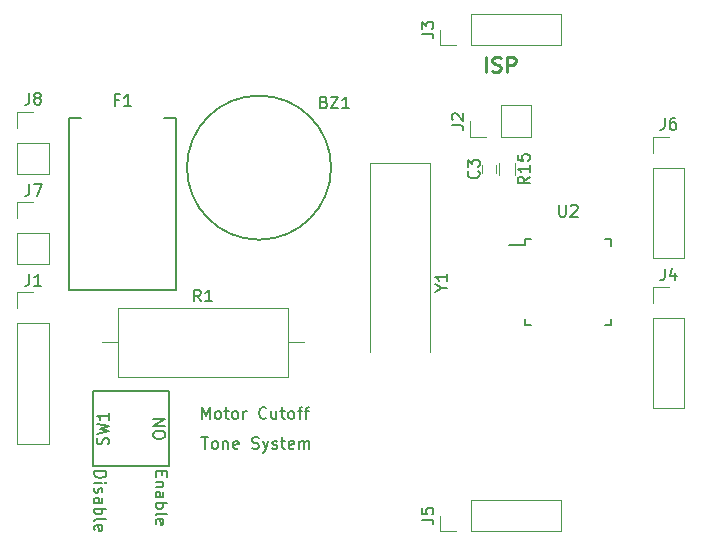
<source format=gbr>
G04 #@! TF.GenerationSoftware,KiCad,Pcbnew,(5.1.4)-1*
G04 #@! TF.CreationDate,2019-12-04T08:55:51-06:00*
G04 #@! TF.ProjectId,motor_control,6d6f746f-725f-4636-9f6e-74726f6c2e6b,rev?*
G04 #@! TF.SameCoordinates,Original*
G04 #@! TF.FileFunction,Legend,Top*
G04 #@! TF.FilePolarity,Positive*
%FSLAX46Y46*%
G04 Gerber Fmt 4.6, Leading zero omitted, Abs format (unit mm)*
G04 Created by KiCad (PCBNEW (5.1.4)-1) date 2019-12-04 08:55:51*
%MOMM*%
%LPD*%
G04 APERTURE LIST*
%ADD10C,0.254000*%
%ADD11C,0.150000*%
%ADD12C,0.120000*%
G04 APERTURE END LIST*
D10*
X165130238Y-79517723D02*
X165130238Y-78247723D01*
X165674523Y-79457247D02*
X165855952Y-79517723D01*
X166158333Y-79517723D01*
X166279285Y-79457247D01*
X166339761Y-79396771D01*
X166400238Y-79275819D01*
X166400238Y-79154866D01*
X166339761Y-79033914D01*
X166279285Y-78973438D01*
X166158333Y-78912961D01*
X165916428Y-78852485D01*
X165795476Y-78792009D01*
X165735000Y-78731533D01*
X165674523Y-78610580D01*
X165674523Y-78489628D01*
X165735000Y-78368676D01*
X165795476Y-78308200D01*
X165916428Y-78247723D01*
X166218809Y-78247723D01*
X166400238Y-78308200D01*
X166944523Y-79517723D02*
X166944523Y-78247723D01*
X167428333Y-78247723D01*
X167549285Y-78308200D01*
X167609761Y-78368676D01*
X167670238Y-78489628D01*
X167670238Y-78671057D01*
X167609761Y-78792009D01*
X167549285Y-78852485D01*
X167428333Y-78912961D01*
X166944523Y-78912961D01*
D11*
X141051542Y-110450380D02*
X141622971Y-110450380D01*
X141337257Y-111450380D02*
X141337257Y-110450380D01*
X142099161Y-111450380D02*
X142003923Y-111402761D01*
X141956304Y-111355142D01*
X141908685Y-111259904D01*
X141908685Y-110974190D01*
X141956304Y-110878952D01*
X142003923Y-110831333D01*
X142099161Y-110783714D01*
X142242019Y-110783714D01*
X142337257Y-110831333D01*
X142384876Y-110878952D01*
X142432495Y-110974190D01*
X142432495Y-111259904D01*
X142384876Y-111355142D01*
X142337257Y-111402761D01*
X142242019Y-111450380D01*
X142099161Y-111450380D01*
X142861066Y-110783714D02*
X142861066Y-111450380D01*
X142861066Y-110878952D02*
X142908685Y-110831333D01*
X143003923Y-110783714D01*
X143146780Y-110783714D01*
X143242019Y-110831333D01*
X143289638Y-110926571D01*
X143289638Y-111450380D01*
X144146780Y-111402761D02*
X144051542Y-111450380D01*
X143861066Y-111450380D01*
X143765828Y-111402761D01*
X143718209Y-111307523D01*
X143718209Y-110926571D01*
X143765828Y-110831333D01*
X143861066Y-110783714D01*
X144051542Y-110783714D01*
X144146780Y-110831333D01*
X144194400Y-110926571D01*
X144194400Y-111021809D01*
X143718209Y-111117047D01*
X145337257Y-111402761D02*
X145480114Y-111450380D01*
X145718209Y-111450380D01*
X145813447Y-111402761D01*
X145861066Y-111355142D01*
X145908685Y-111259904D01*
X145908685Y-111164666D01*
X145861066Y-111069428D01*
X145813447Y-111021809D01*
X145718209Y-110974190D01*
X145527733Y-110926571D01*
X145432495Y-110878952D01*
X145384876Y-110831333D01*
X145337257Y-110736095D01*
X145337257Y-110640857D01*
X145384876Y-110545619D01*
X145432495Y-110498000D01*
X145527733Y-110450380D01*
X145765828Y-110450380D01*
X145908685Y-110498000D01*
X146242019Y-110783714D02*
X146480114Y-111450380D01*
X146718209Y-110783714D02*
X146480114Y-111450380D01*
X146384876Y-111688476D01*
X146337257Y-111736095D01*
X146242019Y-111783714D01*
X147051542Y-111402761D02*
X147146780Y-111450380D01*
X147337257Y-111450380D01*
X147432495Y-111402761D01*
X147480114Y-111307523D01*
X147480114Y-111259904D01*
X147432495Y-111164666D01*
X147337257Y-111117047D01*
X147194400Y-111117047D01*
X147099161Y-111069428D01*
X147051542Y-110974190D01*
X147051542Y-110926571D01*
X147099161Y-110831333D01*
X147194400Y-110783714D01*
X147337257Y-110783714D01*
X147432495Y-110831333D01*
X147765828Y-110783714D02*
X148146780Y-110783714D01*
X147908685Y-110450380D02*
X147908685Y-111307523D01*
X147956304Y-111402761D01*
X148051542Y-111450380D01*
X148146780Y-111450380D01*
X148861066Y-111402761D02*
X148765828Y-111450380D01*
X148575352Y-111450380D01*
X148480114Y-111402761D01*
X148432495Y-111307523D01*
X148432495Y-110926571D01*
X148480114Y-110831333D01*
X148575352Y-110783714D01*
X148765828Y-110783714D01*
X148861066Y-110831333D01*
X148908685Y-110926571D01*
X148908685Y-111021809D01*
X148432495Y-111117047D01*
X149337257Y-111450380D02*
X149337257Y-110783714D01*
X149337257Y-110878952D02*
X149384876Y-110831333D01*
X149480114Y-110783714D01*
X149622971Y-110783714D01*
X149718209Y-110831333D01*
X149765828Y-110926571D01*
X149765828Y-111450380D01*
X149765828Y-110926571D02*
X149813447Y-110831333D01*
X149908685Y-110783714D01*
X150051542Y-110783714D01*
X150146780Y-110831333D01*
X150194400Y-110926571D01*
X150194400Y-111450380D01*
X141065809Y-108910380D02*
X141065809Y-107910380D01*
X141399142Y-108624666D01*
X141732476Y-107910380D01*
X141732476Y-108910380D01*
X142351523Y-108910380D02*
X142256285Y-108862761D01*
X142208666Y-108815142D01*
X142161047Y-108719904D01*
X142161047Y-108434190D01*
X142208666Y-108338952D01*
X142256285Y-108291333D01*
X142351523Y-108243714D01*
X142494380Y-108243714D01*
X142589619Y-108291333D01*
X142637238Y-108338952D01*
X142684857Y-108434190D01*
X142684857Y-108719904D01*
X142637238Y-108815142D01*
X142589619Y-108862761D01*
X142494380Y-108910380D01*
X142351523Y-108910380D01*
X142970571Y-108243714D02*
X143351523Y-108243714D01*
X143113428Y-107910380D02*
X143113428Y-108767523D01*
X143161047Y-108862761D01*
X143256285Y-108910380D01*
X143351523Y-108910380D01*
X143827714Y-108910380D02*
X143732476Y-108862761D01*
X143684857Y-108815142D01*
X143637238Y-108719904D01*
X143637238Y-108434190D01*
X143684857Y-108338952D01*
X143732476Y-108291333D01*
X143827714Y-108243714D01*
X143970571Y-108243714D01*
X144065809Y-108291333D01*
X144113428Y-108338952D01*
X144161047Y-108434190D01*
X144161047Y-108719904D01*
X144113428Y-108815142D01*
X144065809Y-108862761D01*
X143970571Y-108910380D01*
X143827714Y-108910380D01*
X144589619Y-108910380D02*
X144589619Y-108243714D01*
X144589619Y-108434190D02*
X144637238Y-108338952D01*
X144684857Y-108291333D01*
X144780095Y-108243714D01*
X144875333Y-108243714D01*
X146542000Y-108815142D02*
X146494380Y-108862761D01*
X146351523Y-108910380D01*
X146256285Y-108910380D01*
X146113428Y-108862761D01*
X146018190Y-108767523D01*
X145970571Y-108672285D01*
X145922952Y-108481809D01*
X145922952Y-108338952D01*
X145970571Y-108148476D01*
X146018190Y-108053238D01*
X146113428Y-107958000D01*
X146256285Y-107910380D01*
X146351523Y-107910380D01*
X146494380Y-107958000D01*
X146542000Y-108005619D01*
X147399142Y-108243714D02*
X147399142Y-108910380D01*
X146970571Y-108243714D02*
X146970571Y-108767523D01*
X147018190Y-108862761D01*
X147113428Y-108910380D01*
X147256285Y-108910380D01*
X147351523Y-108862761D01*
X147399142Y-108815142D01*
X147732476Y-108243714D02*
X148113428Y-108243714D01*
X147875333Y-107910380D02*
X147875333Y-108767523D01*
X147922952Y-108862761D01*
X148018190Y-108910380D01*
X148113428Y-108910380D01*
X148589619Y-108910380D02*
X148494380Y-108862761D01*
X148446761Y-108815142D01*
X148399142Y-108719904D01*
X148399142Y-108434190D01*
X148446761Y-108338952D01*
X148494380Y-108291333D01*
X148589619Y-108243714D01*
X148732476Y-108243714D01*
X148827714Y-108291333D01*
X148875333Y-108338952D01*
X148922952Y-108434190D01*
X148922952Y-108719904D01*
X148875333Y-108815142D01*
X148827714Y-108862761D01*
X148732476Y-108910380D01*
X148589619Y-108910380D01*
X149208666Y-108243714D02*
X149589619Y-108243714D01*
X149351523Y-108910380D02*
X149351523Y-108053238D01*
X149399142Y-107958000D01*
X149494380Y-107910380D01*
X149589619Y-107910380D01*
X149780095Y-108243714D02*
X150161047Y-108243714D01*
X149922952Y-108910380D02*
X149922952Y-108053238D01*
X149970571Y-107958000D01*
X150065809Y-107910380D01*
X150161047Y-107910380D01*
X131983219Y-113324000D02*
X132983219Y-113324000D01*
X132983219Y-113562095D01*
X132935600Y-113704952D01*
X132840361Y-113800190D01*
X132745123Y-113847809D01*
X132554647Y-113895428D01*
X132411790Y-113895428D01*
X132221314Y-113847809D01*
X132126076Y-113800190D01*
X132030838Y-113704952D01*
X131983219Y-113562095D01*
X131983219Y-113324000D01*
X131983219Y-114324000D02*
X132649885Y-114324000D01*
X132983219Y-114324000D02*
X132935600Y-114276380D01*
X132887980Y-114324000D01*
X132935600Y-114371619D01*
X132983219Y-114324000D01*
X132887980Y-114324000D01*
X132030838Y-114752571D02*
X131983219Y-114847809D01*
X131983219Y-115038285D01*
X132030838Y-115133523D01*
X132126076Y-115181142D01*
X132173695Y-115181142D01*
X132268933Y-115133523D01*
X132316552Y-115038285D01*
X132316552Y-114895428D01*
X132364171Y-114800190D01*
X132459409Y-114752571D01*
X132507028Y-114752571D01*
X132602266Y-114800190D01*
X132649885Y-114895428D01*
X132649885Y-115038285D01*
X132602266Y-115133523D01*
X131983219Y-116038285D02*
X132507028Y-116038285D01*
X132602266Y-115990666D01*
X132649885Y-115895428D01*
X132649885Y-115704952D01*
X132602266Y-115609714D01*
X132030838Y-116038285D02*
X131983219Y-115943047D01*
X131983219Y-115704952D01*
X132030838Y-115609714D01*
X132126076Y-115562095D01*
X132221314Y-115562095D01*
X132316552Y-115609714D01*
X132364171Y-115704952D01*
X132364171Y-115943047D01*
X132411790Y-116038285D01*
X131983219Y-116514476D02*
X132983219Y-116514476D01*
X132602266Y-116514476D02*
X132649885Y-116609714D01*
X132649885Y-116800190D01*
X132602266Y-116895428D01*
X132554647Y-116943047D01*
X132459409Y-116990666D01*
X132173695Y-116990666D01*
X132078457Y-116943047D01*
X132030838Y-116895428D01*
X131983219Y-116800190D01*
X131983219Y-116609714D01*
X132030838Y-116514476D01*
X131983219Y-117562095D02*
X132030838Y-117466857D01*
X132126076Y-117419238D01*
X132983219Y-117419238D01*
X132030838Y-118324000D02*
X131983219Y-118228761D01*
X131983219Y-118038285D01*
X132030838Y-117943047D01*
X132126076Y-117895428D01*
X132507028Y-117895428D01*
X132602266Y-117943047D01*
X132649885Y-118038285D01*
X132649885Y-118228761D01*
X132602266Y-118324000D01*
X132507028Y-118371619D01*
X132411790Y-118371619D01*
X132316552Y-117895428D01*
X137688628Y-113308095D02*
X137688628Y-113641428D01*
X137164819Y-113784285D02*
X137164819Y-113308095D01*
X138164819Y-113308095D01*
X138164819Y-113784285D01*
X137831485Y-114212857D02*
X137164819Y-114212857D01*
X137736247Y-114212857D02*
X137783866Y-114260476D01*
X137831485Y-114355714D01*
X137831485Y-114498571D01*
X137783866Y-114593809D01*
X137688628Y-114641428D01*
X137164819Y-114641428D01*
X137164819Y-115546190D02*
X137688628Y-115546190D01*
X137783866Y-115498571D01*
X137831485Y-115403333D01*
X137831485Y-115212857D01*
X137783866Y-115117619D01*
X137212438Y-115546190D02*
X137164819Y-115450952D01*
X137164819Y-115212857D01*
X137212438Y-115117619D01*
X137307676Y-115070000D01*
X137402914Y-115070000D01*
X137498152Y-115117619D01*
X137545771Y-115212857D01*
X137545771Y-115450952D01*
X137593390Y-115546190D01*
X137164819Y-116022380D02*
X138164819Y-116022380D01*
X137783866Y-116022380D02*
X137831485Y-116117619D01*
X137831485Y-116308095D01*
X137783866Y-116403333D01*
X137736247Y-116450952D01*
X137641009Y-116498571D01*
X137355295Y-116498571D01*
X137260057Y-116450952D01*
X137212438Y-116403333D01*
X137164819Y-116308095D01*
X137164819Y-116117619D01*
X137212438Y-116022380D01*
X137164819Y-117070000D02*
X137212438Y-116974761D01*
X137307676Y-116927142D01*
X138164819Y-116927142D01*
X137212438Y-117831904D02*
X137164819Y-117736666D01*
X137164819Y-117546190D01*
X137212438Y-117450952D01*
X137307676Y-117403333D01*
X137688628Y-117403333D01*
X137783866Y-117450952D01*
X137831485Y-117546190D01*
X137831485Y-117736666D01*
X137783866Y-117831904D01*
X137688628Y-117879523D01*
X137593390Y-117879523D01*
X137498152Y-117403333D01*
X152023000Y-87630000D02*
G75*
G03X152023000Y-87630000I-6100000J0D01*
G01*
D12*
X164787601Y-88095599D02*
X164787601Y-87395599D01*
X165987601Y-87395599D02*
X165987601Y-88095599D01*
D11*
X138866000Y-83464400D02*
X138866000Y-97964400D01*
X138866000Y-97964400D02*
X129866000Y-97964400D01*
X129866000Y-97964400D02*
X129866000Y-83464400D01*
X129866000Y-83464400D02*
X130866000Y-83464400D01*
X138866000Y-83464400D02*
X137866000Y-83464400D01*
D12*
X125466800Y-98187200D02*
X126796800Y-98187200D01*
X125466800Y-99517200D02*
X125466800Y-98187200D01*
X125466800Y-100787200D02*
X128126800Y-100787200D01*
X128126800Y-100787200D02*
X128126800Y-111007200D01*
X125466800Y-100787200D02*
X125466800Y-111007200D01*
X125466800Y-111007200D02*
X128126800Y-111007200D01*
X163770000Y-85023000D02*
X163770000Y-83693000D01*
X165100000Y-85023000D02*
X163770000Y-85023000D01*
X166370000Y-85023000D02*
X166370000Y-82363000D01*
X166370000Y-82363000D02*
X168970000Y-82363000D01*
X166370000Y-85023000D02*
X168970000Y-85023000D01*
X168970000Y-85023000D02*
X168970000Y-82363000D01*
X161230000Y-77276000D02*
X161230000Y-75946000D01*
X162560000Y-77276000D02*
X161230000Y-77276000D01*
X163830000Y-77276000D02*
X163830000Y-74616000D01*
X163830000Y-74616000D02*
X171510000Y-74616000D01*
X163830000Y-77276000D02*
X171510000Y-77276000D01*
X171510000Y-77276000D02*
X171510000Y-74616000D01*
X179264000Y-108010000D02*
X181924000Y-108010000D01*
X179264000Y-100330000D02*
X179264000Y-108010000D01*
X181924000Y-100330000D02*
X181924000Y-108010000D01*
X179264000Y-100330000D02*
X181924000Y-100330000D01*
X179264000Y-99060000D02*
X179264000Y-97730000D01*
X179264000Y-97730000D02*
X180594000Y-97730000D01*
X161230000Y-118424000D02*
X161230000Y-117094000D01*
X162560000Y-118424000D02*
X161230000Y-118424000D01*
X163830000Y-118424000D02*
X163830000Y-115764000D01*
X163830000Y-115764000D02*
X171510000Y-115764000D01*
X163830000Y-118424000D02*
X171510000Y-118424000D01*
X171510000Y-118424000D02*
X171510000Y-115764000D01*
X179264000Y-95310000D02*
X181924000Y-95310000D01*
X179264000Y-87630000D02*
X179264000Y-95310000D01*
X181924000Y-87630000D02*
X181924000Y-95310000D01*
X179264000Y-87630000D02*
X181924000Y-87630000D01*
X179264000Y-86360000D02*
X179264000Y-85030000D01*
X179264000Y-85030000D02*
X180594000Y-85030000D01*
X125466800Y-95767200D02*
X128126800Y-95767200D01*
X125466800Y-93167200D02*
X125466800Y-95767200D01*
X128126800Y-93167200D02*
X128126800Y-95767200D01*
X125466800Y-93167200D02*
X128126800Y-93167200D01*
X125466800Y-91897200D02*
X125466800Y-90567200D01*
X125466800Y-90567200D02*
X126796800Y-90567200D01*
X125466800Y-82947200D02*
X126796800Y-82947200D01*
X125466800Y-84277200D02*
X125466800Y-82947200D01*
X125466800Y-85547200D02*
X128126800Y-85547200D01*
X128126800Y-85547200D02*
X128126800Y-88147200D01*
X125466800Y-85547200D02*
X125466800Y-88147200D01*
X125466800Y-88147200D02*
X128126800Y-88147200D01*
X149753200Y-102412800D02*
X148383200Y-102412800D01*
X132593200Y-102412800D02*
X133963200Y-102412800D01*
X148383200Y-99502800D02*
X133963200Y-99502800D01*
X148383200Y-105322800D02*
X148383200Y-99502800D01*
X133963200Y-105322800D02*
X148383200Y-105322800D01*
X133963200Y-99502800D02*
X133963200Y-105322800D01*
X167608800Y-87257000D02*
X167608800Y-88257000D01*
X166248800Y-88257000D02*
X166248800Y-87257000D01*
D11*
X138277200Y-106528000D02*
X138277200Y-112928000D01*
X138277200Y-112928000D02*
X131877200Y-112928000D01*
X131877200Y-112928000D02*
X131877200Y-106528000D01*
X131877200Y-106528000D02*
X138277200Y-106528000D01*
X168460000Y-94157800D02*
X167085000Y-94157800D01*
X175710000Y-93707800D02*
X175185000Y-93707800D01*
X175710000Y-100957800D02*
X175185000Y-100957800D01*
X168460000Y-100957800D02*
X168985000Y-100957800D01*
X168460000Y-93707800D02*
X168985000Y-93707800D01*
X168460000Y-100957800D02*
X168460000Y-100432800D01*
X175710000Y-100957800D02*
X175710000Y-100432800D01*
X175710000Y-93707800D02*
X175710000Y-94232800D01*
X168460000Y-93707800D02*
X168460000Y-94157800D01*
D12*
X155311000Y-87257800D02*
X155311000Y-103232800D01*
X160411000Y-87257800D02*
X155311000Y-87257800D01*
X160411000Y-103232800D02*
X160411000Y-87257800D01*
D11*
X151412047Y-82088571D02*
X151554904Y-82136190D01*
X151602523Y-82183809D01*
X151650142Y-82279047D01*
X151650142Y-82421904D01*
X151602523Y-82517142D01*
X151554904Y-82564761D01*
X151459666Y-82612380D01*
X151078714Y-82612380D01*
X151078714Y-81612380D01*
X151412047Y-81612380D01*
X151507285Y-81660000D01*
X151554904Y-81707619D01*
X151602523Y-81802857D01*
X151602523Y-81898095D01*
X151554904Y-81993333D01*
X151507285Y-82040952D01*
X151412047Y-82088571D01*
X151078714Y-82088571D01*
X151983476Y-81612380D02*
X152650142Y-81612380D01*
X151983476Y-82612380D01*
X152650142Y-82612380D01*
X153554904Y-82612380D02*
X152983476Y-82612380D01*
X153269190Y-82612380D02*
X153269190Y-81612380D01*
X153173952Y-81755238D01*
X153078714Y-81850476D01*
X152983476Y-81898095D01*
X164494743Y-87912265D02*
X164542362Y-87959884D01*
X164589981Y-88102741D01*
X164589981Y-88197979D01*
X164542362Y-88340837D01*
X164447124Y-88436075D01*
X164351886Y-88483694D01*
X164161410Y-88531313D01*
X164018553Y-88531313D01*
X163828077Y-88483694D01*
X163732839Y-88436075D01*
X163637601Y-88340837D01*
X163589981Y-88197979D01*
X163589981Y-88102741D01*
X163637601Y-87959884D01*
X163685220Y-87912265D01*
X163589981Y-87578932D02*
X163589981Y-86959884D01*
X163970934Y-87293218D01*
X163970934Y-87150360D01*
X164018553Y-87055122D01*
X164066172Y-87007503D01*
X164161410Y-86959884D01*
X164399505Y-86959884D01*
X164494743Y-87007503D01*
X164542362Y-87055122D01*
X164589981Y-87150360D01*
X164589981Y-87436075D01*
X164542362Y-87531313D01*
X164494743Y-87578932D01*
X134032666Y-81892971D02*
X133699333Y-81892971D01*
X133699333Y-82416780D02*
X133699333Y-81416780D01*
X134175523Y-81416780D01*
X135080285Y-82416780D02*
X134508857Y-82416780D01*
X134794571Y-82416780D02*
X134794571Y-81416780D01*
X134699333Y-81559638D01*
X134604095Y-81654876D01*
X134508857Y-81702495D01*
X126463466Y-96639580D02*
X126463466Y-97353866D01*
X126415847Y-97496723D01*
X126320609Y-97591961D01*
X126177752Y-97639580D01*
X126082514Y-97639580D01*
X127463466Y-97639580D02*
X126892038Y-97639580D01*
X127177752Y-97639580D02*
X127177752Y-96639580D01*
X127082514Y-96782438D01*
X126987276Y-96877676D01*
X126892038Y-96925295D01*
X162222380Y-84026333D02*
X162936666Y-84026333D01*
X163079523Y-84073952D01*
X163174761Y-84169190D01*
X163222380Y-84312047D01*
X163222380Y-84407285D01*
X162317619Y-83597761D02*
X162270000Y-83550142D01*
X162222380Y-83454904D01*
X162222380Y-83216809D01*
X162270000Y-83121571D01*
X162317619Y-83073952D01*
X162412857Y-83026333D01*
X162508095Y-83026333D01*
X162650952Y-83073952D01*
X163222380Y-83645380D01*
X163222380Y-83026333D01*
X159682380Y-76279333D02*
X160396666Y-76279333D01*
X160539523Y-76326952D01*
X160634761Y-76422190D01*
X160682380Y-76565047D01*
X160682380Y-76660285D01*
X159682380Y-75898380D02*
X159682380Y-75279333D01*
X160063333Y-75612666D01*
X160063333Y-75469809D01*
X160110952Y-75374571D01*
X160158571Y-75326952D01*
X160253809Y-75279333D01*
X160491904Y-75279333D01*
X160587142Y-75326952D01*
X160634761Y-75374571D01*
X160682380Y-75469809D01*
X160682380Y-75755523D01*
X160634761Y-75850761D01*
X160587142Y-75898380D01*
X180260666Y-96182380D02*
X180260666Y-96896666D01*
X180213047Y-97039523D01*
X180117809Y-97134761D01*
X179974952Y-97182380D01*
X179879714Y-97182380D01*
X181165428Y-96515714D02*
X181165428Y-97182380D01*
X180927333Y-96134761D02*
X180689238Y-96849047D01*
X181308285Y-96849047D01*
X159682380Y-117427333D02*
X160396666Y-117427333D01*
X160539523Y-117474952D01*
X160634761Y-117570190D01*
X160682380Y-117713047D01*
X160682380Y-117808285D01*
X159682380Y-116474952D02*
X159682380Y-116951142D01*
X160158571Y-116998761D01*
X160110952Y-116951142D01*
X160063333Y-116855904D01*
X160063333Y-116617809D01*
X160110952Y-116522571D01*
X160158571Y-116474952D01*
X160253809Y-116427333D01*
X160491904Y-116427333D01*
X160587142Y-116474952D01*
X160634761Y-116522571D01*
X160682380Y-116617809D01*
X160682380Y-116855904D01*
X160634761Y-116951142D01*
X160587142Y-116998761D01*
X180260666Y-83424780D02*
X180260666Y-84139066D01*
X180213047Y-84281923D01*
X180117809Y-84377161D01*
X179974952Y-84424780D01*
X179879714Y-84424780D01*
X181165428Y-83424780D02*
X180974952Y-83424780D01*
X180879714Y-83472400D01*
X180832095Y-83520019D01*
X180736857Y-83662876D01*
X180689238Y-83853352D01*
X180689238Y-84234304D01*
X180736857Y-84329542D01*
X180784476Y-84377161D01*
X180879714Y-84424780D01*
X181070190Y-84424780D01*
X181165428Y-84377161D01*
X181213047Y-84329542D01*
X181260666Y-84234304D01*
X181260666Y-83996209D01*
X181213047Y-83900971D01*
X181165428Y-83853352D01*
X181070190Y-83805733D01*
X180879714Y-83805733D01*
X180784476Y-83853352D01*
X180736857Y-83900971D01*
X180689238Y-83996209D01*
X126463466Y-89019580D02*
X126463466Y-89733866D01*
X126415847Y-89876723D01*
X126320609Y-89971961D01*
X126177752Y-90019580D01*
X126082514Y-90019580D01*
X126844419Y-89019580D02*
X127511085Y-89019580D01*
X127082514Y-90019580D01*
X126463466Y-81291180D02*
X126463466Y-82005466D01*
X126415847Y-82148323D01*
X126320609Y-82243561D01*
X126177752Y-82291180D01*
X126082514Y-82291180D01*
X127082514Y-81719752D02*
X126987276Y-81672133D01*
X126939657Y-81624514D01*
X126892038Y-81529276D01*
X126892038Y-81481657D01*
X126939657Y-81386419D01*
X126987276Y-81338800D01*
X127082514Y-81291180D01*
X127272990Y-81291180D01*
X127368228Y-81338800D01*
X127415847Y-81386419D01*
X127463466Y-81481657D01*
X127463466Y-81529276D01*
X127415847Y-81624514D01*
X127368228Y-81672133D01*
X127272990Y-81719752D01*
X127082514Y-81719752D01*
X126987276Y-81767371D01*
X126939657Y-81814990D01*
X126892038Y-81910228D01*
X126892038Y-82100704D01*
X126939657Y-82195942D01*
X126987276Y-82243561D01*
X127082514Y-82291180D01*
X127272990Y-82291180D01*
X127368228Y-82243561D01*
X127415847Y-82195942D01*
X127463466Y-82100704D01*
X127463466Y-81910228D01*
X127415847Y-81814990D01*
X127368228Y-81767371D01*
X127272990Y-81719752D01*
X141006533Y-98955180D02*
X140673200Y-98478990D01*
X140435104Y-98955180D02*
X140435104Y-97955180D01*
X140816057Y-97955180D01*
X140911295Y-98002800D01*
X140958914Y-98050419D01*
X141006533Y-98145657D01*
X141006533Y-98288514D01*
X140958914Y-98383752D01*
X140911295Y-98431371D01*
X140816057Y-98478990D01*
X140435104Y-98478990D01*
X141958914Y-98955180D02*
X141387485Y-98955180D01*
X141673200Y-98955180D02*
X141673200Y-97955180D01*
X141577961Y-98098038D01*
X141482723Y-98193276D01*
X141387485Y-98240895D01*
X168831180Y-88399857D02*
X168354990Y-88733190D01*
X168831180Y-88971285D02*
X167831180Y-88971285D01*
X167831180Y-88590333D01*
X167878800Y-88495095D01*
X167926419Y-88447476D01*
X168021657Y-88399857D01*
X168164514Y-88399857D01*
X168259752Y-88447476D01*
X168307371Y-88495095D01*
X168354990Y-88590333D01*
X168354990Y-88971285D01*
X168831180Y-87447476D02*
X168831180Y-88018904D01*
X168831180Y-87733190D02*
X167831180Y-87733190D01*
X167974038Y-87828428D01*
X168069276Y-87923666D01*
X168116895Y-88018904D01*
X167831180Y-86542714D02*
X167831180Y-87018904D01*
X168307371Y-87066523D01*
X168259752Y-87018904D01*
X168212133Y-86923666D01*
X168212133Y-86685571D01*
X168259752Y-86590333D01*
X168307371Y-86542714D01*
X168402609Y-86495095D01*
X168640704Y-86495095D01*
X168735942Y-86542714D01*
X168783561Y-86590333D01*
X168831180Y-86685571D01*
X168831180Y-86923666D01*
X168783561Y-87018904D01*
X168735942Y-87066523D01*
X133145161Y-111061333D02*
X133192780Y-110918476D01*
X133192780Y-110680380D01*
X133145161Y-110585142D01*
X133097542Y-110537523D01*
X133002304Y-110489904D01*
X132907066Y-110489904D01*
X132811828Y-110537523D01*
X132764209Y-110585142D01*
X132716590Y-110680380D01*
X132668971Y-110870857D01*
X132621352Y-110966095D01*
X132573733Y-111013714D01*
X132478495Y-111061333D01*
X132383257Y-111061333D01*
X132288019Y-111013714D01*
X132240400Y-110966095D01*
X132192780Y-110870857D01*
X132192780Y-110632761D01*
X132240400Y-110489904D01*
X132192780Y-110156571D02*
X133192780Y-109918476D01*
X132478495Y-109728000D01*
X133192780Y-109537523D01*
X132192780Y-109299428D01*
X133192780Y-108394666D02*
X133192780Y-108966095D01*
X133192780Y-108680380D02*
X132192780Y-108680380D01*
X132335638Y-108775619D01*
X132430876Y-108870857D01*
X132478495Y-108966095D01*
X136967980Y-110347047D02*
X136967980Y-110156571D01*
X137015600Y-110061333D01*
X137110838Y-109966095D01*
X137301314Y-109918476D01*
X137634647Y-109918476D01*
X137825123Y-109966095D01*
X137920361Y-110061333D01*
X137967980Y-110156571D01*
X137967980Y-110347047D01*
X137920361Y-110442285D01*
X137825123Y-110537523D01*
X137634647Y-110585142D01*
X137301314Y-110585142D01*
X137110838Y-110537523D01*
X137015600Y-110442285D01*
X136967980Y-110347047D01*
X137967980Y-109489904D02*
X136967980Y-109489904D01*
X137967980Y-108918476D01*
X136967980Y-108918476D01*
X171323095Y-90785180D02*
X171323095Y-91594704D01*
X171370714Y-91689942D01*
X171418333Y-91737561D01*
X171513571Y-91785180D01*
X171704047Y-91785180D01*
X171799285Y-91737561D01*
X171846904Y-91689942D01*
X171894523Y-91594704D01*
X171894523Y-90785180D01*
X172323095Y-90880419D02*
X172370714Y-90832800D01*
X172465952Y-90785180D01*
X172704047Y-90785180D01*
X172799285Y-90832800D01*
X172846904Y-90880419D01*
X172894523Y-90975657D01*
X172894523Y-91070895D01*
X172846904Y-91213752D01*
X172275476Y-91785180D01*
X172894523Y-91785180D01*
X161387190Y-97808990D02*
X161863380Y-97808990D01*
X160863380Y-98142323D02*
X161387190Y-97808990D01*
X160863380Y-97475657D01*
X161863380Y-96618514D02*
X161863380Y-97189942D01*
X161863380Y-96904228D02*
X160863380Y-96904228D01*
X161006238Y-96999466D01*
X161101476Y-97094704D01*
X161149095Y-97189942D01*
M02*

</source>
